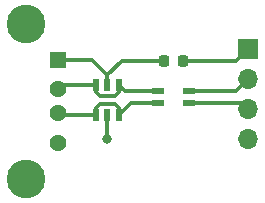
<source format=gbr>
%TF.GenerationSoftware,KiCad,Pcbnew,(6.0.0)*%
%TF.CreationDate,2022-01-04T00:39:42-05:00*%
%TF.ProjectId,wii mini usb esd board,77696920-6d69-46e6-9920-757362206573,rev?*%
%TF.SameCoordinates,Original*%
%TF.FileFunction,Copper,L1,Top*%
%TF.FilePolarity,Positive*%
%FSLAX46Y46*%
G04 Gerber Fmt 4.6, Leading zero omitted, Abs format (unit mm)*
G04 Created by KiCad (PCBNEW (6.0.0)) date 2022-01-04 00:39:42*
%MOMM*%
%LPD*%
G01*
G04 APERTURE LIST*
G04 Aperture macros list*
%AMRoundRect*
0 Rectangle with rounded corners*
0 $1 Rounding radius*
0 $2 $3 $4 $5 $6 $7 $8 $9 X,Y pos of 4 corners*
0 Add a 4 corners polygon primitive as box body*
4,1,4,$2,$3,$4,$5,$6,$7,$8,$9,$2,$3,0*
0 Add four circle primitives for the rounded corners*
1,1,$1+$1,$2,$3*
1,1,$1+$1,$4,$5*
1,1,$1+$1,$6,$7*
1,1,$1+$1,$8,$9*
0 Add four rect primitives between the rounded corners*
20,1,$1+$1,$2,$3,$4,$5,0*
20,1,$1+$1,$4,$5,$6,$7,0*
20,1,$1+$1,$6,$7,$8,$9,0*
20,1,$1+$1,$8,$9,$2,$3,0*%
G04 Aperture macros list end*
%TA.AperFunction,ComponentPad*%
%ADD10R,1.700000X1.700000*%
%TD*%
%TA.AperFunction,ComponentPad*%
%ADD11O,1.700000X1.700000*%
%TD*%
%TA.AperFunction,SMDPad,CuDef*%
%ADD12R,0.600000X1.100000*%
%TD*%
%TA.AperFunction,SMDPad,CuDef*%
%ADD13R,1.050000X0.600000*%
%TD*%
%TA.AperFunction,ComponentPad*%
%ADD14R,1.428000X1.428000*%
%TD*%
%TA.AperFunction,ComponentPad*%
%ADD15C,1.428000*%
%TD*%
%TA.AperFunction,ComponentPad*%
%ADD16C,3.276000*%
%TD*%
%TA.AperFunction,SMDPad,CuDef*%
%ADD17RoundRect,0.225000X-0.225000X-0.250000X0.225000X-0.250000X0.225000X0.250000X-0.225000X0.250000X0*%
%TD*%
%TA.AperFunction,ViaPad*%
%ADD18C,0.800000*%
%TD*%
%TA.AperFunction,Conductor*%
%ADD19C,0.300000*%
%TD*%
G04 APERTURE END LIST*
D10*
%TO.P,J2,1,Pin_1*%
%TO.N,/5V*%
X137668000Y-84582000D03*
D11*
%TO.P,J2,2,Pin_2*%
%TO.N,/D-_F*%
X137668000Y-87122000D03*
%TO.P,J2,3,Pin_3*%
%TO.N,/D+_F*%
X137668000Y-89662000D03*
%TO.P,J2,4,Pin_4*%
%TO.N,GND*%
X137668000Y-92202000D03*
%TD*%
D12*
%TO.P,D1,1*%
%TO.N,Net-(D1-Pad1)*%
X124780000Y-90150000D03*
%TO.P,D1,2*%
%TO.N,GND*%
X125730000Y-90150000D03*
%TO.P,D1,3*%
%TO.N,Net-(D1-Pad1)*%
X126680000Y-90150000D03*
%TO.P,D1,4*%
%TO.N,Net-(J1-Pad2)*%
X126680000Y-87650000D03*
%TO.P,D1,5*%
%TO.N,Net-(D1-Pad5)*%
X125730000Y-87650000D03*
%TO.P,D1,6*%
%TO.N,Net-(J1-Pad2)*%
X124780000Y-87650000D03*
%TD*%
D13*
%TO.P,FL1,1*%
%TO.N,Net-(D1-Pad1)*%
X129993000Y-89146000D03*
%TO.P,FL1,2*%
%TO.N,/D+_F*%
X132643000Y-89146000D03*
%TO.P,FL1,3*%
%TO.N,/D-_F*%
X132643000Y-88146000D03*
%TO.P,FL1,4*%
%TO.N,Net-(J1-Pad2)*%
X129993000Y-88146000D03*
%TD*%
D14*
%TO.P,J1,1,VBUS*%
%TO.N,Net-(D1-Pad5)*%
X121511500Y-85492500D03*
D15*
%TO.P,J1,2,D-*%
%TO.N,Net-(J1-Pad2)*%
X121511500Y-87992500D03*
%TO.P,J1,3,D+*%
%TO.N,Net-(D1-Pad1)*%
X121511500Y-89992500D03*
%TO.P,J1,4,GND*%
%TO.N,GND*%
X121511500Y-92492500D03*
D16*
%TO.P,J1,S1*%
%TO.N,N/C*%
X118801500Y-82422500D03*
%TO.P,J1,S2*%
X118801500Y-95562500D03*
%TD*%
D17*
%TO.P,FB1,1*%
%TO.N,Net-(D1-Pad5)*%
X130543000Y-85598000D03*
%TO.P,FB1,2*%
%TO.N,/5V*%
X132093000Y-85598000D03*
%TD*%
D18*
%TO.N,GND*%
X125730000Y-92202000D03*
%TD*%
D19*
%TO.N,Net-(D1-Pad1)*%
X126680000Y-89596000D02*
X126680000Y-90150000D01*
X127684000Y-89146000D02*
X126680000Y-90150000D01*
X129993000Y-89146000D02*
X127684000Y-89146000D01*
X126334489Y-89250489D02*
X126680000Y-89596000D01*
X124780000Y-89550978D02*
X125080489Y-89250489D01*
X125080489Y-89250489D02*
X126334489Y-89250489D01*
X124780000Y-90150000D02*
X121669000Y-90150000D01*
X121669000Y-90150000D02*
X121511500Y-89992500D01*
X124780000Y-90150000D02*
X124780000Y-89550978D01*
%TO.N,GND*%
X125730000Y-90150000D02*
X125730000Y-92202000D01*
%TO.N,Net-(D1-Pad5)*%
X130543000Y-85598000D02*
X126932000Y-85598000D01*
X126932000Y-85598000D02*
X125730000Y-86800000D01*
X125730000Y-86800000D02*
X124422500Y-85492500D01*
X124422500Y-85492500D02*
X121511500Y-85492500D01*
X125730000Y-86800000D02*
X125730000Y-87650000D01*
%TO.N,Net-(J1-Pad2)*%
X129993000Y-88146000D02*
X127176000Y-88146000D01*
X126680000Y-88204000D02*
X126680000Y-87650000D01*
X124780000Y-88249022D02*
X125080489Y-88549511D01*
X127176000Y-88146000D02*
X126680000Y-87650000D01*
X125080489Y-88549511D02*
X126334489Y-88549511D01*
X124780000Y-87650000D02*
X124780000Y-88249022D01*
X124780000Y-87650000D02*
X121854000Y-87650000D01*
X126334489Y-88549511D02*
X126680000Y-88204000D01*
X121854000Y-87650000D02*
X121511500Y-87992500D01*
%TO.N,/5V*%
X137668000Y-84582000D02*
X136652000Y-85598000D01*
X136652000Y-85598000D02*
X132093000Y-85598000D01*
%TO.N,/D+_F*%
X137152000Y-89146000D02*
X137668000Y-89662000D01*
X132643000Y-89146000D02*
X137152000Y-89146000D01*
%TO.N,/D-_F*%
X132643000Y-88146000D02*
X136644000Y-88146000D01*
X136644000Y-88146000D02*
X137668000Y-87122000D01*
%TD*%
M02*

</source>
